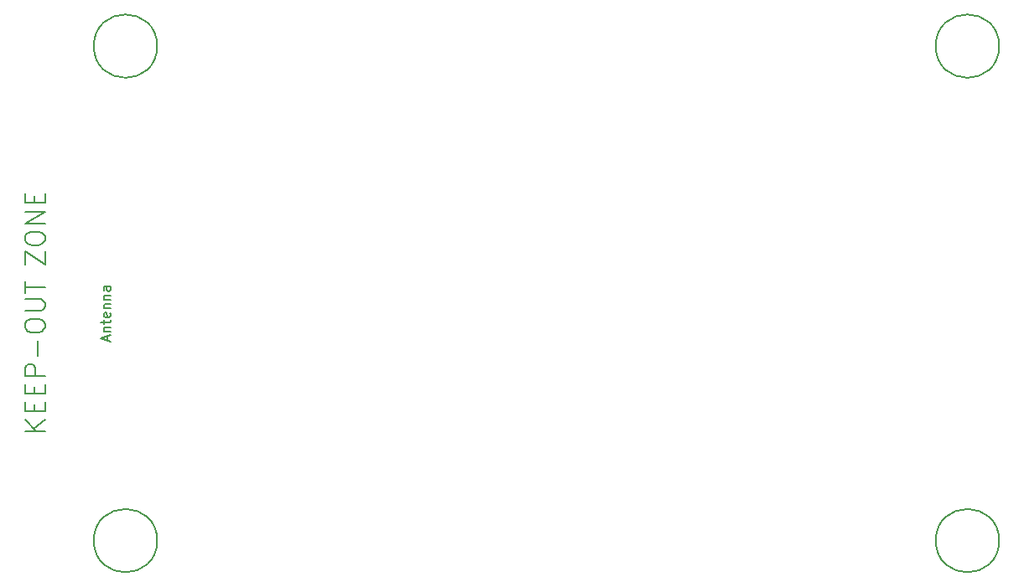
<source format=gbr>
G04 #@! TF.GenerationSoftware,KiCad,Pcbnew,7.0.0-da2b9df05c~163~ubuntu22.04.1*
G04 #@! TF.CreationDate,2023-02-20T23:21:24+01:00*
G04 #@! TF.ProjectId,Bluetooth_receiver,426c7565-746f-46f7-9468-5f7265636569,rev?*
G04 #@! TF.SameCoordinates,Original*
G04 #@! TF.FileFunction,Other,Comment*
%FSLAX46Y46*%
G04 Gerber Fmt 4.6, Leading zero omitted, Abs format (unit mm)*
G04 Created by KiCad (PCBNEW 7.0.0-da2b9df05c~163~ubuntu22.04.1) date 2023-02-20 23:21:24*
%MOMM*%
%LPD*%
G01*
G04 APERTURE LIST*
%ADD10C,0.150000*%
G04 APERTURE END LIST*
D10*
G04 #@! TO.C,U1*
X-44303334Y-4761904D02*
X-44303334Y-4285714D01*
X-44017620Y-4857142D02*
X-45017620Y-4523809D01*
X-45017620Y-4523809D02*
X-44017620Y-4190476D01*
X-44684286Y-3857142D02*
X-44017620Y-3857142D01*
X-44589048Y-3857142D02*
X-44636667Y-3809523D01*
X-44636667Y-3809523D02*
X-44684286Y-3714285D01*
X-44684286Y-3714285D02*
X-44684286Y-3571428D01*
X-44684286Y-3571428D02*
X-44636667Y-3476190D01*
X-44636667Y-3476190D02*
X-44541429Y-3428571D01*
X-44541429Y-3428571D02*
X-44017620Y-3428571D01*
X-44684286Y-3095237D02*
X-44684286Y-2714285D01*
X-45017620Y-2952380D02*
X-44160477Y-2952380D01*
X-44160477Y-2952380D02*
X-44065239Y-2904761D01*
X-44065239Y-2904761D02*
X-44017620Y-2809523D01*
X-44017620Y-2809523D02*
X-44017620Y-2714285D01*
X-44065239Y-1999999D02*
X-44017620Y-2095237D01*
X-44017620Y-2095237D02*
X-44017620Y-2285713D01*
X-44017620Y-2285713D02*
X-44065239Y-2380951D01*
X-44065239Y-2380951D02*
X-44160477Y-2428570D01*
X-44160477Y-2428570D02*
X-44541429Y-2428570D01*
X-44541429Y-2428570D02*
X-44636667Y-2380951D01*
X-44636667Y-2380951D02*
X-44684286Y-2285713D01*
X-44684286Y-2285713D02*
X-44684286Y-2095237D01*
X-44684286Y-2095237D02*
X-44636667Y-1999999D01*
X-44636667Y-1999999D02*
X-44541429Y-1952380D01*
X-44541429Y-1952380D02*
X-44446191Y-1952380D01*
X-44446191Y-1952380D02*
X-44350953Y-2428570D01*
X-44684286Y-1523808D02*
X-44017620Y-1523808D01*
X-44589048Y-1523808D02*
X-44636667Y-1476189D01*
X-44636667Y-1476189D02*
X-44684286Y-1380951D01*
X-44684286Y-1380951D02*
X-44684286Y-1238094D01*
X-44684286Y-1238094D02*
X-44636667Y-1142856D01*
X-44636667Y-1142856D02*
X-44541429Y-1095237D01*
X-44541429Y-1095237D02*
X-44017620Y-1095237D01*
X-44684286Y-619046D02*
X-44017620Y-619046D01*
X-44589048Y-619046D02*
X-44636667Y-571427D01*
X-44636667Y-571427D02*
X-44684286Y-476189D01*
X-44684286Y-476189D02*
X-44684286Y-333332D01*
X-44684286Y-333332D02*
X-44636667Y-238094D01*
X-44636667Y-238094D02*
X-44541429Y-190475D01*
X-44541429Y-190475D02*
X-44017620Y-190475D01*
X-44017620Y714287D02*
X-44541429Y714287D01*
X-44541429Y714287D02*
X-44636667Y666668D01*
X-44636667Y666668D02*
X-44684286Y571430D01*
X-44684286Y571430D02*
X-44684286Y380954D01*
X-44684286Y380954D02*
X-44636667Y285716D01*
X-44065239Y714287D02*
X-44017620Y619049D01*
X-44017620Y619049D02*
X-44017620Y380954D01*
X-44017620Y380954D02*
X-44065239Y285716D01*
X-44065239Y285716D02*
X-44160477Y238097D01*
X-44160477Y238097D02*
X-44255715Y238097D01*
X-44255715Y238097D02*
X-44350953Y285716D01*
X-44350953Y285716D02*
X-44398572Y380954D01*
X-44398572Y380954D02*
X-44398572Y619049D01*
X-44398572Y619049D02*
X-44446191Y714287D01*
X-50630239Y-13930952D02*
X-52630239Y-13930952D01*
X-50630239Y-12788095D02*
X-51773096Y-13645238D01*
X-52630239Y-12788095D02*
X-51487381Y-13930952D01*
X-51677858Y-11930952D02*
X-51677858Y-11264285D01*
X-50630239Y-10978571D02*
X-50630239Y-11930952D01*
X-50630239Y-11930952D02*
X-52630239Y-11930952D01*
X-52630239Y-11930952D02*
X-52630239Y-10978571D01*
X-51677858Y-10121428D02*
X-51677858Y-9454761D01*
X-50630239Y-9169047D02*
X-50630239Y-10121428D01*
X-50630239Y-10121428D02*
X-52630239Y-10121428D01*
X-52630239Y-10121428D02*
X-52630239Y-9169047D01*
X-50630239Y-8311904D02*
X-52630239Y-8311904D01*
X-52630239Y-8311904D02*
X-52630239Y-7549999D01*
X-52630239Y-7549999D02*
X-52535000Y-7359523D01*
X-52535000Y-7359523D02*
X-52439762Y-7264285D01*
X-52439762Y-7264285D02*
X-52249286Y-7169047D01*
X-52249286Y-7169047D02*
X-51963572Y-7169047D01*
X-51963572Y-7169047D02*
X-51773096Y-7264285D01*
X-51773096Y-7264285D02*
X-51677858Y-7359523D01*
X-51677858Y-7359523D02*
X-51582620Y-7549999D01*
X-51582620Y-7549999D02*
X-51582620Y-8311904D01*
X-51392143Y-6311904D02*
X-51392143Y-4788095D01*
X-52630239Y-3454762D02*
X-52630239Y-3073809D01*
X-52630239Y-3073809D02*
X-52535000Y-2883333D01*
X-52535000Y-2883333D02*
X-52344524Y-2692857D01*
X-52344524Y-2692857D02*
X-51963572Y-2597619D01*
X-51963572Y-2597619D02*
X-51296905Y-2597619D01*
X-51296905Y-2597619D02*
X-50915953Y-2692857D01*
X-50915953Y-2692857D02*
X-50725477Y-2883333D01*
X-50725477Y-2883333D02*
X-50630239Y-3073809D01*
X-50630239Y-3073809D02*
X-50630239Y-3454762D01*
X-50630239Y-3454762D02*
X-50725477Y-3645238D01*
X-50725477Y-3645238D02*
X-50915953Y-3835714D01*
X-50915953Y-3835714D02*
X-51296905Y-3930952D01*
X-51296905Y-3930952D02*
X-51963572Y-3930952D01*
X-51963572Y-3930952D02*
X-52344524Y-3835714D01*
X-52344524Y-3835714D02*
X-52535000Y-3645238D01*
X-52535000Y-3645238D02*
X-52630239Y-3454762D01*
X-52630239Y-1740476D02*
X-51011191Y-1740476D01*
X-51011191Y-1740476D02*
X-50820715Y-1645238D01*
X-50820715Y-1645238D02*
X-50725477Y-1550000D01*
X-50725477Y-1550000D02*
X-50630239Y-1359524D01*
X-50630239Y-1359524D02*
X-50630239Y-978571D01*
X-50630239Y-978571D02*
X-50725477Y-788095D01*
X-50725477Y-788095D02*
X-50820715Y-692857D01*
X-50820715Y-692857D02*
X-51011191Y-597619D01*
X-51011191Y-597619D02*
X-52630239Y-597619D01*
X-52630239Y69048D02*
X-52630239Y1211905D01*
X-50630239Y640476D02*
X-52630239Y640476D01*
X-52630239Y2888096D02*
X-52630239Y4221429D01*
X-52630239Y4221429D02*
X-50630239Y2888096D01*
X-50630239Y2888096D02*
X-50630239Y4221429D01*
X-52630239Y5364286D02*
X-52630239Y5745239D01*
X-52630239Y5745239D02*
X-52535000Y5935715D01*
X-52535000Y5935715D02*
X-52344524Y6126191D01*
X-52344524Y6126191D02*
X-51963572Y6221429D01*
X-51963572Y6221429D02*
X-51296905Y6221429D01*
X-51296905Y6221429D02*
X-50915953Y6126191D01*
X-50915953Y6126191D02*
X-50725477Y5935715D01*
X-50725477Y5935715D02*
X-50630239Y5745239D01*
X-50630239Y5745239D02*
X-50630239Y5364286D01*
X-50630239Y5364286D02*
X-50725477Y5173810D01*
X-50725477Y5173810D02*
X-50915953Y4983334D01*
X-50915953Y4983334D02*
X-51296905Y4888096D01*
X-51296905Y4888096D02*
X-51963572Y4888096D01*
X-51963572Y4888096D02*
X-52344524Y4983334D01*
X-52344524Y4983334D02*
X-52535000Y5173810D01*
X-52535000Y5173810D02*
X-52630239Y5364286D01*
X-50630239Y7078572D02*
X-52630239Y7078572D01*
X-52630239Y7078572D02*
X-50630239Y8221429D01*
X-50630239Y8221429D02*
X-52630239Y8221429D01*
X-51677858Y9173810D02*
X-51677858Y9840477D01*
X-50630239Y10126191D02*
X-50630239Y9173810D01*
X-50630239Y9173810D02*
X-52630239Y9173810D01*
X-52630239Y9173810D02*
X-52630239Y10126191D01*
G04 #@! TO.C,H3*
X45700000Y-25000000D02*
G75*
G03*
X45700000Y-25000000I-3200000J0D01*
G01*
G04 #@! TO.C,H1*
X-39300000Y25000000D02*
G75*
G03*
X-39300000Y25000000I-3200000J0D01*
G01*
G04 #@! TO.C,H2*
X45700000Y25000000D02*
G75*
G03*
X45700000Y25000000I-3200000J0D01*
G01*
G04 #@! TO.C,H4*
X-39300000Y-25000000D02*
G75*
G03*
X-39300000Y-25000000I-3200000J0D01*
G01*
G04 #@! TD*
M02*

</source>
